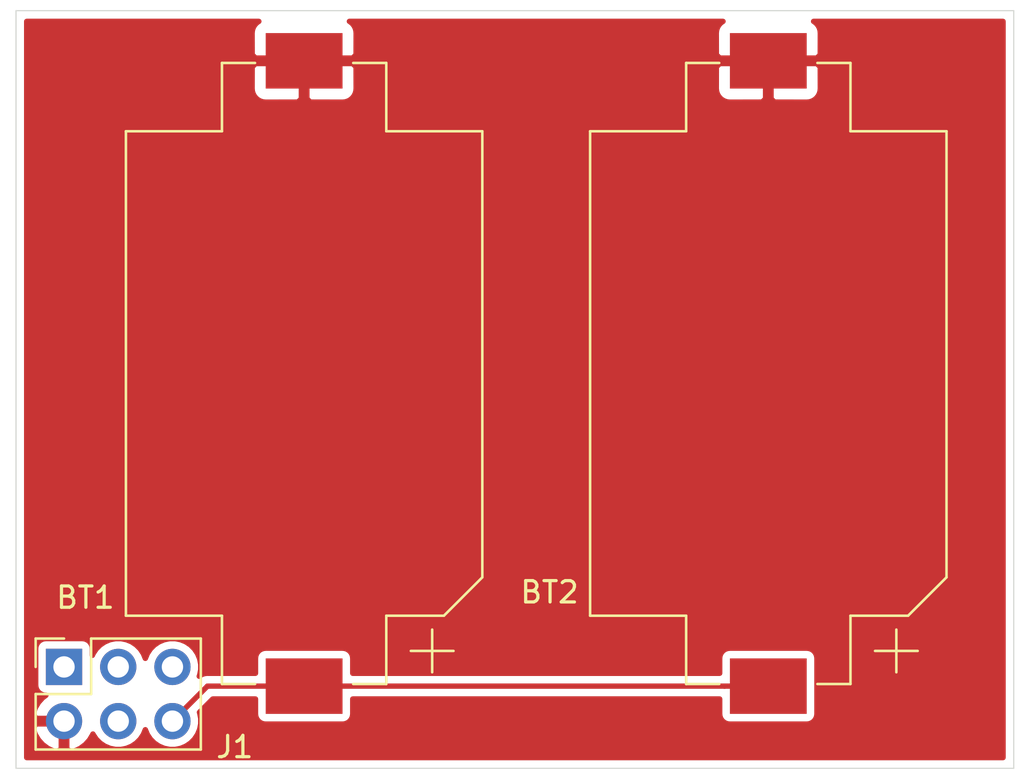
<source format=kicad_pcb>
(kicad_pcb (version 20171130) (host pcbnew "(5.1.5-0-10_14)")

  (general
    (thickness 1.6)
    (drawings 4)
    (tracks 4)
    (zones 0)
    (modules 3)
    (nets 3)
  )

  (page A4)
  (layers
    (0 F.Cu signal)
    (31 B.Cu signal hide)
    (32 B.Adhes user hide)
    (33 F.Adhes user hide)
    (34 B.Paste user hide)
    (35 F.Paste user hide)
    (36 B.SilkS user)
    (37 F.SilkS user)
    (38 B.Mask user hide)
    (39 F.Mask user hide)
    (40 Dwgs.User user)
    (41 Cmts.User user hide)
    (42 Eco1.User user hide)
    (43 Eco2.User user hide)
    (44 Edge.Cuts user)
    (45 Margin user hide)
    (46 B.CrtYd user)
    (47 F.CrtYd user)
    (48 B.Fab user hide)
    (49 F.Fab user hide)
  )

  (setup
    (last_trace_width 0.25)
    (trace_clearance 0.2)
    (zone_clearance 0.35)
    (zone_45_only no)
    (trace_min 0.2)
    (via_size 0.8)
    (via_drill 0.4)
    (via_min_size 0.4)
    (via_min_drill 0.3)
    (uvia_size 0.3)
    (uvia_drill 0.1)
    (uvias_allowed no)
    (uvia_min_size 0.2)
    (uvia_min_drill 0.1)
    (edge_width 0.05)
    (segment_width 0.2)
    (pcb_text_width 0.3)
    (pcb_text_size 1.5 1.5)
    (mod_edge_width 0.12)
    (mod_text_size 1 1)
    (mod_text_width 0.15)
    (pad_size 1.524 1.524)
    (pad_drill 0.762)
    (pad_to_mask_clearance 0.051)
    (solder_mask_min_width 0.25)
    (aux_axis_origin 0 0)
    (visible_elements FFFFFF7F)
    (pcbplotparams
      (layerselection 0x010fc_ffffffff)
      (usegerberextensions false)
      (usegerberattributes false)
      (usegerberadvancedattributes false)
      (creategerberjobfile false)
      (excludeedgelayer true)
      (linewidth 0.100000)
      (plotframeref false)
      (viasonmask false)
      (mode 1)
      (useauxorigin false)
      (hpglpennumber 1)
      (hpglpenspeed 20)
      (hpglpendiameter 15.000000)
      (psnegative false)
      (psa4output false)
      (plotreference true)
      (plotvalue true)
      (plotinvisibletext false)
      (padsonsilk false)
      (subtractmaskfromsilk false)
      (outputformat 1)
      (mirror false)
      (drillshape 0)
      (scaleselection 1)
      (outputdirectory "_export"))
  )

  (net 0 "")
  (net 1 GND)
  (net 2 "Net-(BT1-Pad1)")

  (net_class Default "This is the default net class."
    (clearance 0.2)
    (trace_width 0.25)
    (via_dia 0.8)
    (via_drill 0.4)
    (uvia_dia 0.3)
    (uvia_drill 0.1)
    (add_net GND)
    (add_net "Net-(BT1-Pad1)")
  )

  (module Connector_PinSocket_2.54mm:PinSocket_2x03_P2.54mm_Vertical (layer F.Cu) (tedit 5A19A425) (tstamp 60BFCC9A)
    (at 74.75 95.25 90)
    (descr "Through hole straight socket strip, 2x03, 2.54mm pitch, double cols (from Kicad 4.0.7), script generated")
    (tags "Through hole socket strip THT 2x03 2.54mm double row")
    (path /60BE1518)
    (fp_text reference J1 (at -3.75 8 180) (layer F.SilkS)
      (effects (font (size 1 1) (thickness 0.15)))
    )
    (fp_text value Conn_02x03_Counter_Clockwise (at -1.27 7.85 90) (layer F.Fab)
      (effects (font (size 1 1) (thickness 0.15)))
    )
    (fp_text user %R (at -1.27 2.54) (layer F.Fab)
      (effects (font (size 1 1) (thickness 0.15)))
    )
    (fp_line (start -4.34 6.85) (end -4.34 -1.8) (layer F.CrtYd) (width 0.05))
    (fp_line (start 1.76 6.85) (end -4.34 6.85) (layer F.CrtYd) (width 0.05))
    (fp_line (start 1.76 -1.8) (end 1.76 6.85) (layer F.CrtYd) (width 0.05))
    (fp_line (start -4.34 -1.8) (end 1.76 -1.8) (layer F.CrtYd) (width 0.05))
    (fp_line (start 0 -1.33) (end 1.33 -1.33) (layer F.SilkS) (width 0.12))
    (fp_line (start 1.33 -1.33) (end 1.33 0) (layer F.SilkS) (width 0.12))
    (fp_line (start -1.27 -1.33) (end -1.27 1.27) (layer F.SilkS) (width 0.12))
    (fp_line (start -1.27 1.27) (end 1.33 1.27) (layer F.SilkS) (width 0.12))
    (fp_line (start 1.33 1.27) (end 1.33 6.41) (layer F.SilkS) (width 0.12))
    (fp_line (start -3.87 6.41) (end 1.33 6.41) (layer F.SilkS) (width 0.12))
    (fp_line (start -3.87 -1.33) (end -3.87 6.41) (layer F.SilkS) (width 0.12))
    (fp_line (start -3.87 -1.33) (end -1.27 -1.33) (layer F.SilkS) (width 0.12))
    (fp_line (start -3.81 6.35) (end -3.81 -1.27) (layer F.Fab) (width 0.1))
    (fp_line (start 1.27 6.35) (end -3.81 6.35) (layer F.Fab) (width 0.1))
    (fp_line (start 1.27 -0.27) (end 1.27 6.35) (layer F.Fab) (width 0.1))
    (fp_line (start 0.27 -1.27) (end 1.27 -0.27) (layer F.Fab) (width 0.1))
    (fp_line (start -3.81 -1.27) (end 0.27 -1.27) (layer F.Fab) (width 0.1))
    (pad 6 thru_hole oval (at -2.54 5.08 90) (size 1.7 1.7) (drill 1) (layers *.Cu *.Mask)
      (net 2 "Net-(BT1-Pad1)"))
    (pad 5 thru_hole oval (at 0 5.08 90) (size 1.7 1.7) (drill 1) (layers *.Cu *.Mask))
    (pad 4 thru_hole oval (at -2.54 2.54 90) (size 1.7 1.7) (drill 1) (layers *.Cu *.Mask))
    (pad 3 thru_hole oval (at 0 2.54 90) (size 1.7 1.7) (drill 1) (layers *.Cu *.Mask))
    (pad 2 thru_hole oval (at -2.54 0 90) (size 1.7 1.7) (drill 1) (layers *.Cu *.Mask)
      (net 1 GND))
    (pad 1 thru_hole rect (at 0 0 90) (size 1.7 1.7) (drill 1) (layers *.Cu *.Mask))
    (model ${KISYS3DMOD}/Connector_PinSocket_2.54mm.3dshapes/PinSocket_2x03_P2.54mm_Vertical.wrl
      (at (xyz 0 0 0))
      (scale (xyz 1 1 1))
      (rotate (xyz 0 0 0))
    )
  )

  (module Battery:BatteryHolder_Keystone_1060_1x2032 (layer F.Cu) (tedit 5B98EF5E) (tstamp 60BFCC7E)
    (at 107.75 81.5 90)
    (descr http://www.keyelco.com/product-pdf.cfm?p=726)
    (tags "CR2032 BR2032 BatteryHolder Battery")
    (path /60BF8616)
    (attr smd)
    (fp_text reference BT2 (at -10.25 -10.25 180) (layer F.SilkS)
      (effects (font (size 1 1) (thickness 0.15)))
    )
    (fp_text value Battery_Cell (at 0 -11.75 90) (layer F.Fab)
      (effects (font (size 1 1) (thickness 0.15)))
    )
    (fp_line (start -12 6) (end -14 6) (layer F.SilkS) (width 0.12))
    (fp_line (start -13 5) (end -13 7) (layer F.SilkS) (width 0.12))
    (fp_text user %R (at 0 0 90) (layer F.Fab)
      (effects (font (size 1 1) (thickness 0.15)))
    )
    (fp_line (start 11.5 -8.5) (end 6.5 -8.5) (layer F.CrtYd) (width 0.05))
    (fp_arc (start 0 0) (end 6.5 -8.5) (angle -74.81070976) (layer F.CrtYd) (width 0.05))
    (fp_line (start 11.5 4) (end 11.5 8.5) (layer F.CrtYd) (width 0.05))
    (fp_line (start 14.7 4) (end 11.5 4) (layer F.CrtYd) (width 0.05))
    (fp_line (start 14.7 2.3) (end 14.7 4) (layer F.CrtYd) (width 0.05))
    (fp_line (start 16.45 2.3) (end 14.7 2.3) (layer F.CrtYd) (width 0.05))
    (fp_line (start 16.45 -2.3) (end 16.45 2.3) (layer F.CrtYd) (width 0.05))
    (fp_line (start 14.7 -2.3) (end 16.45 -2.3) (layer F.CrtYd) (width 0.05))
    (fp_line (start 14.7 -4) (end 14.7 -2.3) (layer F.CrtYd) (width 0.05))
    (fp_line (start 11.5 -4) (end 14.7 -4) (layer F.CrtYd) (width 0.05))
    (fp_line (start 11.5 -8.5) (end 11.5 -4) (layer F.CrtYd) (width 0.05))
    (fp_line (start -11.5 -8.5) (end -6.5 -8.5) (layer F.CrtYd) (width 0.05))
    (fp_line (start -11.5 -4) (end -11.5 -8.5) (layer F.CrtYd) (width 0.05))
    (fp_line (start -14.7 -4) (end -11.5 -4) (layer F.CrtYd) (width 0.05))
    (fp_line (start -14.7 -2.3) (end -14.7 -4) (layer F.CrtYd) (width 0.05))
    (fp_line (start -14.7 -2.3) (end -16.45 -2.3) (layer F.CrtYd) (width 0.05))
    (fp_line (start -16.45 2.3) (end -16.45 -2.3) (layer F.CrtYd) (width 0.05))
    (fp_line (start -14.7 2.3) (end -16.45 2.3) (layer F.CrtYd) (width 0.05))
    (fp_line (start -14.7 4) (end -14.7 2.3) (layer F.CrtYd) (width 0.05))
    (fp_line (start -14.7 4) (end -11.5 4) (layer F.CrtYd) (width 0.05))
    (fp_line (start -11.5 4) (end -11.5 8.5) (layer F.CrtYd) (width 0.05))
    (fp_line (start -6.5 8.5) (end -11.5 8.5) (layer F.CrtYd) (width 0.05))
    (fp_line (start 11.5 8.5) (end 6.5 8.5) (layer F.CrtYd) (width 0.05))
    (fp_arc (start 0 0) (end -6.5 8.5) (angle -74.81070976) (layer F.CrtYd) (width 0.05))
    (fp_line (start 11.35 -8.35) (end 11.35 -3.85) (layer F.SilkS) (width 0.12))
    (fp_line (start -11.35 -8.35) (end -11.35 -3.85) (layer F.SilkS) (width 0.12))
    (fp_line (start -11.35 -8.35) (end 11.35 -8.35) (layer F.SilkS) (width 0.12))
    (fp_line (start 14.55 -3.85) (end 14.55 -2.3) (layer F.SilkS) (width 0.12))
    (fp_line (start 11.35 -3.85) (end 14.55 -3.85) (layer F.SilkS) (width 0.12))
    (fp_line (start -14.55 -3.85) (end -14.55 -2.3) (layer F.SilkS) (width 0.12))
    (fp_line (start -11.35 -3.85) (end -14.55 -3.85) (layer F.SilkS) (width 0.12))
    (fp_line (start -14.55 3.85) (end -14.55 2.3) (layer F.SilkS) (width 0.12))
    (fp_line (start -11.35 3.85) (end -14.55 3.85) (layer F.SilkS) (width 0.12))
    (fp_line (start -9.55 8.35) (end -11.35 6.55) (layer F.SilkS) (width 0.12))
    (fp_line (start -11.35 6.55) (end -11.35 3.85) (layer F.SilkS) (width 0.12))
    (fp_line (start 11.35 8.35) (end -9.55 8.35) (layer F.SilkS) (width 0.12))
    (fp_line (start 11.35 8.35) (end 11.35 3.85) (layer F.SilkS) (width 0.12))
    (fp_line (start 14.55 3.85) (end 14.55 2.3) (layer F.SilkS) (width 0.12))
    (fp_line (start 11.35 3.85) (end 14.55 3.85) (layer F.SilkS) (width 0.12))
    (fp_line (start -9.4 8) (end -11 6.4) (layer F.Fab) (width 0.1))
    (fp_line (start 14.2 -3.5) (end 11 -3.5) (layer F.Fab) (width 0.1))
    (fp_line (start 14.2 3.5) (end 14.2 -3.5) (layer F.Fab) (width 0.1))
    (fp_line (start 11 3.5) (end 14.2 3.5) (layer F.Fab) (width 0.1))
    (fp_line (start -14.2 -3.5) (end -11 -3.5) (layer F.Fab) (width 0.1))
    (fp_line (start -14.2 3.5) (end -14.2 -3.5) (layer F.Fab) (width 0.1))
    (fp_line (start -11 3.5) (end -14.2 3.5) (layer F.Fab) (width 0.1))
    (fp_line (start -11 6.4) (end -11 3.5) (layer F.Fab) (width 0.1))
    (fp_line (start -11 -8) (end -11 -3.5) (layer F.Fab) (width 0.1))
    (fp_line (start 11 -8) (end 11 -3.5) (layer F.Fab) (width 0.1))
    (fp_line (start 11 8) (end 11 3.5) (layer F.Fab) (width 0.1))
    (fp_line (start 11 -8) (end -11 -8) (layer F.Fab) (width 0.1))
    (fp_line (start 11 8) (end -9.4 8) (layer F.Fab) (width 0.1))
    (fp_circle (center 0 0) (end -10.2 0) (layer Dwgs.User) (width 0.3))
    (pad 1 smd rect (at -14.65 0 270) (size 2.6 3.6) (layers F.Cu F.Paste F.Mask)
      (net 2 "Net-(BT1-Pad1)"))
    (pad 2 smd rect (at 14.65 0 270) (size 2.6 3.6) (layers F.Cu F.Paste F.Mask)
      (net 1 GND))
    (model ${KISYS3DMOD}/Battery.3dshapes/BatteryHolder_Keystone_1060_1x2032.wrl
      (at (xyz 0 0 0))
      (scale (xyz 1 1 1))
      (rotate (xyz 0 0 0))
    )
  )

  (module Battery:BatteryHolder_Keystone_1060_1x2032 (layer F.Cu) (tedit 5B98EF5E) (tstamp 60BFCC40)
    (at 86 81.5 90)
    (descr http://www.keyelco.com/product-pdf.cfm?p=726)
    (tags "CR2032 BR2032 BatteryHolder Battery")
    (path /60BF7C88)
    (attr smd)
    (fp_text reference BT1 (at -10.5 -10.25 180) (layer F.SilkS)
      (effects (font (size 1 1) (thickness 0.15)))
    )
    (fp_text value Battery_Cell (at 0 -11.75 90) (layer F.Fab)
      (effects (font (size 1 1) (thickness 0.15)))
    )
    (fp_line (start -12 6) (end -14 6) (layer F.SilkS) (width 0.12))
    (fp_line (start -13 5) (end -13 7) (layer F.SilkS) (width 0.12))
    (fp_text user %R (at 0 0 90) (layer F.Fab)
      (effects (font (size 1 1) (thickness 0.15)))
    )
    (fp_line (start 11.5 -8.5) (end 6.5 -8.5) (layer F.CrtYd) (width 0.05))
    (fp_arc (start 0 0) (end 6.5 -8.5) (angle -74.81070976) (layer F.CrtYd) (width 0.05))
    (fp_line (start 11.5 4) (end 11.5 8.5) (layer F.CrtYd) (width 0.05))
    (fp_line (start 14.7 4) (end 11.5 4) (layer F.CrtYd) (width 0.05))
    (fp_line (start 14.7 2.3) (end 14.7 4) (layer F.CrtYd) (width 0.05))
    (fp_line (start 16.45 2.3) (end 14.7 2.3) (layer F.CrtYd) (width 0.05))
    (fp_line (start 16.45 -2.3) (end 16.45 2.3) (layer F.CrtYd) (width 0.05))
    (fp_line (start 14.7 -2.3) (end 16.45 -2.3) (layer F.CrtYd) (width 0.05))
    (fp_line (start 14.7 -4) (end 14.7 -2.3) (layer F.CrtYd) (width 0.05))
    (fp_line (start 11.5 -4) (end 14.7 -4) (layer F.CrtYd) (width 0.05))
    (fp_line (start 11.5 -8.5) (end 11.5 -4) (layer F.CrtYd) (width 0.05))
    (fp_line (start -11.5 -8.5) (end -6.5 -8.5) (layer F.CrtYd) (width 0.05))
    (fp_line (start -11.5 -4) (end -11.5 -8.5) (layer F.CrtYd) (width 0.05))
    (fp_line (start -14.7 -4) (end -11.5 -4) (layer F.CrtYd) (width 0.05))
    (fp_line (start -14.7 -2.3) (end -14.7 -4) (layer F.CrtYd) (width 0.05))
    (fp_line (start -14.7 -2.3) (end -16.45 -2.3) (layer F.CrtYd) (width 0.05))
    (fp_line (start -16.45 2.3) (end -16.45 -2.3) (layer F.CrtYd) (width 0.05))
    (fp_line (start -14.7 2.3) (end -16.45 2.3) (layer F.CrtYd) (width 0.05))
    (fp_line (start -14.7 4) (end -14.7 2.3) (layer F.CrtYd) (width 0.05))
    (fp_line (start -14.7 4) (end -11.5 4) (layer F.CrtYd) (width 0.05))
    (fp_line (start -11.5 4) (end -11.5 8.5) (layer F.CrtYd) (width 0.05))
    (fp_line (start -6.5 8.5) (end -11.5 8.5) (layer F.CrtYd) (width 0.05))
    (fp_line (start 11.5 8.5) (end 6.5 8.5) (layer F.CrtYd) (width 0.05))
    (fp_arc (start 0 0) (end -6.5 8.5) (angle -74.81070976) (layer F.CrtYd) (width 0.05))
    (fp_line (start 11.35 -8.35) (end 11.35 -3.85) (layer F.SilkS) (width 0.12))
    (fp_line (start -11.35 -8.35) (end -11.35 -3.85) (layer F.SilkS) (width 0.12))
    (fp_line (start -11.35 -8.35) (end 11.35 -8.35) (layer F.SilkS) (width 0.12))
    (fp_line (start 14.55 -3.85) (end 14.55 -2.3) (layer F.SilkS) (width 0.12))
    (fp_line (start 11.35 -3.85) (end 14.55 -3.85) (layer F.SilkS) (width 0.12))
    (fp_line (start -14.55 -3.85) (end -14.55 -2.3) (layer F.SilkS) (width 0.12))
    (fp_line (start -11.35 -3.85) (end -14.55 -3.85) (layer F.SilkS) (width 0.12))
    (fp_line (start -14.55 3.85) (end -14.55 2.3) (layer F.SilkS) (width 0.12))
    (fp_line (start -11.35 3.85) (end -14.55 3.85) (layer F.SilkS) (width 0.12))
    (fp_line (start -9.55 8.35) (end -11.35 6.55) (layer F.SilkS) (width 0.12))
    (fp_line (start -11.35 6.55) (end -11.35 3.85) (layer F.SilkS) (width 0.12))
    (fp_line (start 11.35 8.35) (end -9.55 8.35) (layer F.SilkS) (width 0.12))
    (fp_line (start 11.35 8.35) (end 11.35 3.85) (layer F.SilkS) (width 0.12))
    (fp_line (start 14.55 3.85) (end 14.55 2.3) (layer F.SilkS) (width 0.12))
    (fp_line (start 11.35 3.85) (end 14.55 3.85) (layer F.SilkS) (width 0.12))
    (fp_line (start -9.4 8) (end -11 6.4) (layer F.Fab) (width 0.1))
    (fp_line (start 14.2 -3.5) (end 11 -3.5) (layer F.Fab) (width 0.1))
    (fp_line (start 14.2 3.5) (end 14.2 -3.5) (layer F.Fab) (width 0.1))
    (fp_line (start 11 3.5) (end 14.2 3.5) (layer F.Fab) (width 0.1))
    (fp_line (start -14.2 -3.5) (end -11 -3.5) (layer F.Fab) (width 0.1))
    (fp_line (start -14.2 3.5) (end -14.2 -3.5) (layer F.Fab) (width 0.1))
    (fp_line (start -11 3.5) (end -14.2 3.5) (layer F.Fab) (width 0.1))
    (fp_line (start -11 6.4) (end -11 3.5) (layer F.Fab) (width 0.1))
    (fp_line (start -11 -8) (end -11 -3.5) (layer F.Fab) (width 0.1))
    (fp_line (start 11 -8) (end 11 -3.5) (layer F.Fab) (width 0.1))
    (fp_line (start 11 8) (end 11 3.5) (layer F.Fab) (width 0.1))
    (fp_line (start 11 -8) (end -11 -8) (layer F.Fab) (width 0.1))
    (fp_line (start 11 8) (end -9.4 8) (layer F.Fab) (width 0.1))
    (fp_circle (center 0 0) (end -10.2 0) (layer Dwgs.User) (width 0.3))
    (pad 1 smd rect (at -14.65 0 270) (size 2.6 3.6) (layers F.Cu F.Paste F.Mask)
      (net 2 "Net-(BT1-Pad1)"))
    (pad 2 smd rect (at 14.65 0 270) (size 2.6 3.6) (layers F.Cu F.Paste F.Mask)
      (net 1 GND))
    (model ${KISYS3DMOD}/Battery.3dshapes/BatteryHolder_Keystone_1060_1x2032.wrl
      (at (xyz 0 0 0))
      (scale (xyz 1 1 1))
      (rotate (xyz 0 0 0))
    )
  )

  (gr_line (start 72.5 64.5) (end 72.5 100) (layer Edge.Cuts) (width 0.05) (tstamp 60BFD078))
  (gr_line (start 119.25 64.5) (end 72.5 64.5) (layer Edge.Cuts) (width 0.05))
  (gr_line (start 119.25 100) (end 119.25 64.5) (layer Edge.Cuts) (width 0.05))
  (gr_line (start 72.5 100) (end 119.25 100) (layer Edge.Cuts) (width 0.05))

  (segment (start 105.7 96.15) (end 86 96.15) (width 0.25) (layer F.Cu) (net 2))
  (segment (start 107.75 96.15) (end 105.7 96.15) (width 0.25) (layer F.Cu) (net 2))
  (segment (start 81.47 96.15) (end 79.83 97.79) (width 0.25) (layer F.Cu) (net 2))
  (segment (start 86 96.15) (end 81.47 96.15) (width 0.25) (layer F.Cu) (net 2))

  (zone (net 1) (net_name GND) (layer F.Cu) (tstamp 0) (hatch edge 0.508)
    (connect_pads (clearance 0.35))
    (min_thickness 0.254)
    (fill yes (arc_segments 32) (thermal_gap 0.508) (thermal_bridge_width 0.508))
    (polygon
      (pts
        (xy 119.75 100.75) (xy 71.75 100.75) (xy 71.75 64) (xy 119.75 64)
      )
    )
    (filled_polygon
      (pts
        (xy 83.845506 65.019463) (xy 83.748815 65.098815) (xy 83.669463 65.195506) (xy 83.610498 65.30582) (xy 83.574188 65.425518)
        (xy 83.561928 65.55) (xy 83.565 66.56425) (xy 83.72375 66.723) (xy 85.873 66.723) (xy 85.873 66.703)
        (xy 86.127 66.703) (xy 86.127 66.723) (xy 88.27625 66.723) (xy 88.435 66.56425) (xy 88.438072 65.55)
        (xy 88.425812 65.425518) (xy 88.389502 65.30582) (xy 88.330537 65.195506) (xy 88.251185 65.098815) (xy 88.154494 65.019463)
        (xy 88.121824 65.002) (xy 105.628176 65.002) (xy 105.595506 65.019463) (xy 105.498815 65.098815) (xy 105.419463 65.195506)
        (xy 105.360498 65.30582) (xy 105.324188 65.425518) (xy 105.311928 65.55) (xy 105.315 66.56425) (xy 105.47375 66.723)
        (xy 107.623 66.723) (xy 107.623 66.703) (xy 107.877 66.703) (xy 107.877 66.723) (xy 110.02625 66.723)
        (xy 110.185 66.56425) (xy 110.188072 65.55) (xy 110.175812 65.425518) (xy 110.139502 65.30582) (xy 110.080537 65.195506)
        (xy 110.001185 65.098815) (xy 109.904494 65.019463) (xy 109.871824 65.002) (xy 118.748001 65.002) (xy 118.748 99.498)
        (xy 73.002 99.498) (xy 73.002 98.146891) (xy 73.308519 98.146891) (xy 73.405843 98.421252) (xy 73.554822 98.671355)
        (xy 73.749731 98.887588) (xy 73.98308 99.061641) (xy 74.245901 99.186825) (xy 74.39311 99.231476) (xy 74.623 99.110155)
        (xy 74.623 97.917) (xy 73.429186 97.917) (xy 73.308519 98.146891) (xy 73.002 98.146891) (xy 73.002 97.433109)
        (xy 73.308519 97.433109) (xy 73.429186 97.663) (xy 74.623 97.663) (xy 74.623 97.643) (xy 74.877 97.643)
        (xy 74.877 97.663) (xy 74.897 97.663) (xy 74.897 97.917) (xy 74.877 97.917) (xy 74.877 99.110155)
        (xy 75.10689 99.231476) (xy 75.254099 99.186825) (xy 75.51692 99.061641) (xy 75.750269 98.887588) (xy 75.945178 98.671355)
        (xy 76.094157 98.421252) (xy 76.103836 98.393965) (xy 76.114028 98.41857) (xy 76.259252 98.635913) (xy 76.444087 98.820748)
        (xy 76.66143 98.965972) (xy 76.902928 99.066004) (xy 77.159302 99.117) (xy 77.420698 99.117) (xy 77.677072 99.066004)
        (xy 77.91857 98.965972) (xy 78.135913 98.820748) (xy 78.320748 98.635913) (xy 78.465972 98.41857) (xy 78.56 98.191567)
        (xy 78.654028 98.41857) (xy 78.799252 98.635913) (xy 78.984087 98.820748) (xy 79.20143 98.965972) (xy 79.442928 99.066004)
        (xy 79.699302 99.117) (xy 79.960698 99.117) (xy 80.217072 99.066004) (xy 80.45857 98.965972) (xy 80.675913 98.820748)
        (xy 80.860748 98.635913) (xy 81.005972 98.41857) (xy 81.106004 98.177072) (xy 81.157 97.920698) (xy 81.157 97.659302)
        (xy 81.106004 97.402928) (xy 81.094998 97.376358) (xy 81.719357 96.752) (xy 83.720693 96.752) (xy 83.720693 97.45)
        (xy 83.729903 97.543508) (xy 83.757178 97.633423) (xy 83.801471 97.716289) (xy 83.861079 97.788921) (xy 83.933711 97.848529)
        (xy 84.016577 97.892822) (xy 84.106492 97.920097) (xy 84.2 97.929307) (xy 87.8 97.929307) (xy 87.893508 97.920097)
        (xy 87.983423 97.892822) (xy 88.066289 97.848529) (xy 88.138921 97.788921) (xy 88.198529 97.716289) (xy 88.242822 97.633423)
        (xy 88.270097 97.543508) (xy 88.279307 97.45) (xy 88.279307 96.752) (xy 105.470693 96.752) (xy 105.470693 97.45)
        (xy 105.479903 97.543508) (xy 105.507178 97.633423) (xy 105.551471 97.716289) (xy 105.611079 97.788921) (xy 105.683711 97.848529)
        (xy 105.766577 97.892822) (xy 105.856492 97.920097) (xy 105.95 97.929307) (xy 109.55 97.929307) (xy 109.643508 97.920097)
        (xy 109.733423 97.892822) (xy 109.816289 97.848529) (xy 109.888921 97.788921) (xy 109.948529 97.716289) (xy 109.992822 97.633423)
        (xy 110.020097 97.543508) (xy 110.029307 97.45) (xy 110.029307 94.85) (xy 110.020097 94.756492) (xy 109.992822 94.666577)
        (xy 109.948529 94.583711) (xy 109.888921 94.511079) (xy 109.816289 94.451471) (xy 109.733423 94.407178) (xy 109.643508 94.379903)
        (xy 109.55 94.370693) (xy 105.95 94.370693) (xy 105.856492 94.379903) (xy 105.766577 94.407178) (xy 105.683711 94.451471)
        (xy 105.611079 94.511079) (xy 105.551471 94.583711) (xy 105.507178 94.666577) (xy 105.479903 94.756492) (xy 105.470693 94.85)
        (xy 105.470693 95.548) (xy 88.279307 95.548) (xy 88.279307 94.85) (xy 88.270097 94.756492) (xy 88.242822 94.666577)
        (xy 88.198529 94.583711) (xy 88.138921 94.511079) (xy 88.066289 94.451471) (xy 87.983423 94.407178) (xy 87.893508 94.379903)
        (xy 87.8 94.370693) (xy 84.2 94.370693) (xy 84.106492 94.379903) (xy 84.016577 94.407178) (xy 83.933711 94.451471)
        (xy 83.861079 94.511079) (xy 83.801471 94.583711) (xy 83.757178 94.666577) (xy 83.729903 94.756492) (xy 83.720693 94.85)
        (xy 83.720693 95.548) (xy 81.499556 95.548) (xy 81.469999 95.545089) (xy 81.440443 95.548) (xy 81.440434 95.548)
        (xy 81.351988 95.556711) (xy 81.23851 95.591134) (xy 81.133929 95.647034) (xy 81.133927 95.647035) (xy 81.133928 95.647035)
        (xy 81.085371 95.686884) (xy 81.106004 95.637072) (xy 81.157 95.380698) (xy 81.157 95.119302) (xy 81.106004 94.862928)
        (xy 81.005972 94.62143) (xy 80.860748 94.404087) (xy 80.675913 94.219252) (xy 80.45857 94.074028) (xy 80.217072 93.973996)
        (xy 79.960698 93.923) (xy 79.699302 93.923) (xy 79.442928 93.973996) (xy 79.20143 94.074028) (xy 78.984087 94.219252)
        (xy 78.799252 94.404087) (xy 78.654028 94.62143) (xy 78.56 94.848433) (xy 78.465972 94.62143) (xy 78.320748 94.404087)
        (xy 78.135913 94.219252) (xy 77.91857 94.074028) (xy 77.677072 93.973996) (xy 77.420698 93.923) (xy 77.159302 93.923)
        (xy 76.902928 93.973996) (xy 76.66143 94.074028) (xy 76.444087 94.219252) (xy 76.259252 94.404087) (xy 76.114028 94.62143)
        (xy 76.079307 94.705254) (xy 76.079307 94.4) (xy 76.070097 94.306492) (xy 76.042822 94.216577) (xy 75.998529 94.133711)
        (xy 75.938921 94.061079) (xy 75.866289 94.001471) (xy 75.783423 93.957178) (xy 75.693508 93.929903) (xy 75.6 93.920693)
        (xy 73.9 93.920693) (xy 73.806492 93.929903) (xy 73.716577 93.957178) (xy 73.633711 94.001471) (xy 73.561079 94.061079)
        (xy 73.501471 94.133711) (xy 73.457178 94.216577) (xy 73.429903 94.306492) (xy 73.420693 94.4) (xy 73.420693 96.1)
        (xy 73.429903 96.193508) (xy 73.457178 96.283423) (xy 73.501471 96.366289) (xy 73.561079 96.438921) (xy 73.633711 96.498529)
        (xy 73.716577 96.542822) (xy 73.806492 96.570097) (xy 73.9 96.579307) (xy 73.901368 96.579307) (xy 73.749731 96.692412)
        (xy 73.554822 96.908645) (xy 73.405843 97.158748) (xy 73.308519 97.433109) (xy 73.002 97.433109) (xy 73.002 68.15)
        (xy 83.561928 68.15) (xy 83.574188 68.274482) (xy 83.610498 68.39418) (xy 83.669463 68.504494) (xy 83.748815 68.601185)
        (xy 83.845506 68.680537) (xy 83.95582 68.739502) (xy 84.075518 68.775812) (xy 84.2 68.788072) (xy 85.71425 68.785)
        (xy 85.873 68.62625) (xy 85.873 66.977) (xy 86.127 66.977) (xy 86.127 68.62625) (xy 86.28575 68.785)
        (xy 87.8 68.788072) (xy 87.924482 68.775812) (xy 88.04418 68.739502) (xy 88.154494 68.680537) (xy 88.251185 68.601185)
        (xy 88.330537 68.504494) (xy 88.389502 68.39418) (xy 88.425812 68.274482) (xy 88.438072 68.15) (xy 105.311928 68.15)
        (xy 105.324188 68.274482) (xy 105.360498 68.39418) (xy 105.419463 68.504494) (xy 105.498815 68.601185) (xy 105.595506 68.680537)
        (xy 105.70582 68.739502) (xy 105.825518 68.775812) (xy 105.95 68.788072) (xy 107.46425 68.785) (xy 107.623 68.62625)
        (xy 107.623 66.977) (xy 107.877 66.977) (xy 107.877 68.62625) (xy 108.03575 68.785) (xy 109.55 68.788072)
        (xy 109.674482 68.775812) (xy 109.79418 68.739502) (xy 109.904494 68.680537) (xy 110.001185 68.601185) (xy 110.080537 68.504494)
        (xy 110.139502 68.39418) (xy 110.175812 68.274482) (xy 110.188072 68.15) (xy 110.185 67.13575) (xy 110.02625 66.977)
        (xy 107.877 66.977) (xy 107.623 66.977) (xy 105.47375 66.977) (xy 105.315 67.13575) (xy 105.311928 68.15)
        (xy 88.438072 68.15) (xy 88.435 67.13575) (xy 88.27625 66.977) (xy 86.127 66.977) (xy 85.873 66.977)
        (xy 83.72375 66.977) (xy 83.565 67.13575) (xy 83.561928 68.15) (xy 73.002 68.15) (xy 73.002 65.002)
        (xy 83.878176 65.002)
      )
    )
  )
)

</source>
